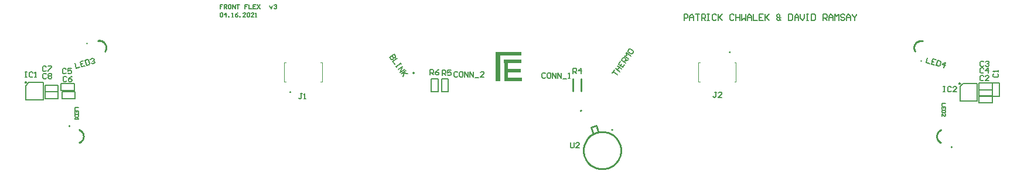
<source format=gto>
%FSTAX23Y23*%
%MOIN*%
%SFA1B1*%

%IPPOS*%
%ADD10C,0.007870*%
%ADD11C,0.010000*%
%ADD12C,0.003940*%
%ADD13C,0.006000*%
%ADD14C,0.008000*%
%ADD15R,0.097440X0.021290*%
%ADD16R,0.099030X0.023540*%
%ADD17R,0.101210X0.021200*%
%ADD18R,0.023890X0.123980*%
%ADD19R,0.149040X0.021200*%
%ADD20R,0.026390X0.166770*%
%LNfront_flex-1*%
%LPD*%
G54D10*
X-02752Y00678D02*
D01*
X-02752Y00678*
X-02752Y00678*
X-02752Y00679*
X-02752Y00679*
X-02752Y00679*
X-02752Y00679*
X-02752Y0068*
X-02752Y0068*
X-02753Y0068*
X-02753Y0068*
X-02753Y0068*
X-02753Y00681*
X-02753Y00681*
X-02754Y00681*
X-02754Y00681*
X-02754Y00681*
X-02754Y00681*
X-02755Y00682*
X-02755Y00682*
X-02755Y00682*
X-02755Y00682*
X-02756Y00682*
X-02756*
X-02756Y00682*
X-02756Y00682*
X-02757Y00682*
X-02757Y00682*
X-02757Y00681*
X-02758Y00681*
X-02758Y00681*
X-02758Y00681*
X-02758Y00681*
X-02758Y00681*
X-02759Y0068*
X-02759Y0068*
X-02759Y0068*
X-02759Y0068*
X-02759Y0068*
X-02759Y00679*
X-02759Y00679*
X-0276Y00679*
X-0276Y00679*
X-0276Y00678*
X-0276Y00678*
X-0276Y00678*
X-0276Y00677*
X-0276Y00677*
X-0276Y00677*
X-0276Y00677*
X-02759Y00676*
X-02759Y00676*
X-02759Y00676*
X-02759Y00676*
X-02759Y00675*
X-02759Y00675*
X-02759Y00675*
X-02758Y00675*
X-02758Y00675*
X-02758Y00674*
X-02758Y00674*
X-02758Y00674*
X-02757Y00674*
X-02757Y00674*
X-02757Y00674*
X-02756Y00674*
X-02756Y00674*
X-02756Y00674*
X-02756*
X-02755Y00674*
X-02755Y00674*
X-02755Y00674*
X-02755Y00674*
X-02754Y00674*
X-02754Y00674*
X-02754Y00674*
X-02754Y00674*
X-02753Y00675*
X-02753Y00675*
X-02753Y00675*
X-02753Y00675*
X-02753Y00675*
X-02752Y00676*
X-02752Y00676*
X-02752Y00676*
X-02752Y00676*
X-02752Y00677*
X-02752Y00677*
X-02752Y00677*
X-02752Y00677*
X-02752Y00678*
X02563Y00672D02*
D01*
X02563Y00673*
X02563Y00673*
X02563Y00673*
X02562Y00673*
X02562Y00674*
X02562Y00674*
X02562Y00674*
X02562Y00674*
X02562Y00675*
X02562Y00675*
X02562Y00675*
X02561Y00675*
X02561Y00675*
X02561Y00676*
X02561Y00676*
X0256Y00676*
X0256Y00676*
X0256Y00676*
X0256Y00676*
X02559Y00676*
X02559Y00676*
X02559Y00676*
X02559*
X02558Y00676*
X02558Y00676*
X02558Y00676*
X02557Y00676*
X02557Y00676*
X02557Y00676*
X02557Y00676*
X02556Y00676*
X02556Y00675*
X02556Y00675*
X02556Y00675*
X02556Y00675*
X02555Y00675*
X02555Y00674*
X02555Y00674*
X02555Y00674*
X02555Y00674*
X02555Y00673*
X02555Y00673*
X02555Y00673*
X02555Y00673*
X02555Y00672*
X02555Y00672*
X02555Y00672*
X02555Y00671*
X02555Y00671*
X02555Y00671*
X02555Y00671*
X02555Y0067*
X02555Y0067*
X02555Y0067*
X02556Y0067*
X02556Y0067*
X02556Y00669*
X02556Y00669*
X02556Y00669*
X02557Y00669*
X02557Y00669*
X02557Y00669*
X02557Y00668*
X02558Y00668*
X02558Y00668*
X02558Y00668*
X02559Y00668*
X02559*
X02559Y00668*
X02559Y00668*
X0256Y00668*
X0256Y00668*
X0256Y00669*
X0256Y00669*
X02561Y00669*
X02561Y00669*
X02561Y00669*
X02561Y00669*
X02562Y0067*
X02562Y0067*
X02562Y0067*
X02562Y0067*
X02562Y0067*
X02562Y00671*
X02562Y00671*
X02562Y00671*
X02563Y00671*
X02563Y00672*
X02563Y00672*
X02563Y00672*
X01252Y00852D02*
D01*
X01252Y00852*
X01252Y00852*
X01252Y00852*
X01252Y00852*
X01252Y00852*
X01252Y00852*
X01252Y00853*
X01252Y00853*
X01252Y00853*
X01252Y00853*
X01252Y00853*
X01252Y00853*
X01252Y00853*
X01251Y00853*
X01251Y00853*
X01251Y00853*
X01251Y00853*
X01251Y00854*
X01251Y00854*
X01251Y00854*
X01251Y00854*
X0125Y00854*
X0125*
X0125Y00854*
X0125Y00854*
X0125Y00854*
X0125Y00854*
X0125Y00853*
X0125Y00853*
X01249Y00853*
X01249Y00853*
X01249Y00853*
X01249Y00853*
X01249Y00853*
X01249Y00853*
X01249Y00853*
X01249Y00853*
X01249Y00853*
X01249Y00852*
X01249Y00852*
X01248Y00852*
X01248Y00852*
X01248Y00852*
X01248Y00852*
X01248Y00852*
D01*
X01248Y00851*
X01248Y00851*
X01248Y00851*
X01248Y00851*
X01249Y00851*
X01249Y00851*
X01249Y00851*
X01249Y00851*
X01249Y0085*
X01249Y0085*
X01249Y0085*
X01249Y0085*
X01249Y0085*
X01249Y0085*
X01249Y0085*
X0125Y0085*
X0125Y0085*
X0125Y0085*
X0125Y0085*
X0125Y0085*
X0125Y0085*
X0125Y0085*
X0125*
X01251Y0085*
X01251Y0085*
X01251Y0085*
X01251Y0085*
X01251Y0085*
X01251Y0085*
X01251Y0085*
X01251Y0085*
X01252Y0085*
X01252Y0085*
X01252Y0085*
X01252Y0085*
X01252Y0085*
X01252Y00851*
X01252Y00851*
X01252Y00851*
X01252Y00851*
X01252Y00851*
X01252Y00851*
X01252Y00851*
X01252Y00851*
X01252Y00852*
D01*
X01252Y00852*
X01252Y00852*
X01252Y00852*
X01252Y00852*
X01252Y00852*
X01252Y00852*
X01252Y00853*
X01252Y00853*
X01252Y00853*
X01252Y00853*
X01252Y00853*
X01252Y00853*
X01252Y00853*
X01251Y00853*
X01251Y00853*
X01251Y00853*
X01251Y00853*
X01251Y00854*
X01251Y00854*
X01251Y00854*
X01251Y00854*
X0125Y00854*
X0125*
X0125Y00854*
X0125Y00854*
X0125Y00854*
X0125Y00854*
X0125Y00853*
X0125Y00853*
X01249Y00853*
X01249Y00853*
X01249Y00853*
X01249Y00853*
X01249Y00853*
X01249Y00853*
X01249Y00853*
X01249Y00853*
X01249Y00853*
X01249Y00852*
X01249Y00852*
X01248Y00852*
X01248Y00852*
X01248Y00852*
X01248Y00852*
X01248Y00852*
X-01252Y00623D02*
D01*
X-01252Y00623*
X-01252Y00623*
X-01252Y00623*
X-01252Y00623*
X-01252Y00623*
X-01252Y00622*
X-01252Y00622*
X-01252Y00622*
X-01252Y00622*
X-01252Y00622*
X-01252Y00622*
X-01252Y00622*
X-01252Y00622*
X-01251Y00622*
X-01251Y00622*
X-01251Y00622*
X-01251Y00621*
X-01251Y00621*
X-01251Y00621*
X-01251Y00621*
X-01251Y00621*
X-0125Y00621*
X-0125*
X-0125Y00621*
X-0125Y00621*
X-0125Y00621*
X-0125Y00621*
X-0125Y00621*
X-0125Y00622*
X-01249Y00622*
X-01249Y00622*
X-01249Y00622*
X-01249Y00622*
X-01249Y00622*
X-01249Y00622*
X-01249Y00622*
X-01249Y00622*
X-01249Y00622*
X-01249Y00622*
X-01249Y00623*
X-01248Y00623*
X-01248Y00623*
X-01248Y00623*
X-01248Y00623*
X-01248Y00623*
D01*
X-01248Y00623*
X-01248Y00624*
X-01248Y00624*
X-01248Y00624*
X-01249Y00624*
X-01249Y00624*
X-01249Y00624*
X-01249Y00624*
X-01249Y00624*
X-01249Y00625*
X-01249Y00625*
X-01249Y00625*
X-01249Y00625*
X-01249Y00625*
X-01249Y00625*
X-0125Y00625*
X-0125Y00625*
X-0125Y00625*
X-0125Y00625*
X-0125Y00625*
X-0125Y00625*
X-0125Y00625*
X-0125*
X-01251Y00625*
X-01251Y00625*
X-01251Y00625*
X-01251Y00625*
X-01251Y00625*
X-01251Y00625*
X-01251Y00625*
X-01251Y00625*
X-01252Y00625*
X-01252Y00625*
X-01252Y00625*
X-01252Y00625*
X-01252Y00624*
X-01252Y00624*
X-01252Y00624*
X-01252Y00624*
X-01252Y00624*
X-01252Y00624*
X-01252Y00624*
X-01252Y00624*
X-01252Y00623*
X-01252Y00623*
D01*
X-01252Y00623*
X-01252Y00623*
X-01252Y00623*
X-01252Y00623*
X-01252Y00623*
X-01252Y00622*
X-01252Y00622*
X-01252Y00622*
X-01252Y00622*
X-01252Y00622*
X-01252Y00622*
X-01252Y00622*
X-01252Y00622*
X-01251Y00622*
X-01251Y00622*
X-01251Y00622*
X-01251Y00621*
X-01251Y00621*
X-01251Y00621*
X-01251Y00621*
X-01251Y00621*
X-0125Y00621*
X-0125*
X-0125Y00621*
X-0125Y00621*
X-0125Y00621*
X-0125Y00621*
X-0125Y00621*
X-0125Y00622*
X-01249Y00622*
X-01249Y00622*
X-01249Y00622*
X-01249Y00622*
X-01249Y00622*
X-01249Y00622*
X-01249Y00622*
X-01249Y00622*
X-01249Y00622*
X-01249Y00622*
X-01249Y00623*
X-01248Y00623*
X-01248Y00623*
X-01248Y00623*
X-01248Y00623*
X-01248Y00623*
X-02738Y00678D02*
X-02657D01*
Y00579D02*
Y00678D01*
X-02756Y00579D02*
X-02657D01*
X-02756D02*
Y0066D01*
X-02738Y00678*
X02577Y00672D02*
X02658D01*
Y00573D02*
Y00672D01*
X02559Y00573D02*
X02658D01*
X02559D02*
Y00654D01*
X02577Y00672*
X-01635Y01123D02*
X-01651D01*
Y01111*
X-01643*
X-01651*
Y01099*
X-01627D02*
Y01123D01*
X-01616*
X-01612Y01119*
Y01111*
X-01616Y01107*
X-01627*
X-01619D02*
X-01612Y01099D01*
X-01592Y01123D02*
X-016D01*
X-01604Y01119*
Y01103*
X-016Y01099*
X-01592*
X-01588Y01103*
Y01119*
X-01592Y01123*
X-0158Y01099D02*
Y01123D01*
X-01564Y01099*
Y01123*
X-01556D02*
X-01541D01*
X-01549*
Y01099*
X-01493Y01123D02*
X-01509D01*
Y01111*
X-01501*
X-01509*
Y01099*
X-01486Y01123D02*
Y01099D01*
X-0147*
X-01446Y01123D02*
X-01462D01*
Y01099*
X-01446*
X-01462Y01111D02*
X-01454D01*
X-01438Y01123D02*
X-01423Y01099D01*
Y01123D02*
X-01438Y01099D01*
X-01368Y01115D02*
X-0136Y01099D01*
X-01352Y01115*
X-01344Y01119D02*
X-0134Y01123D01*
X-01332*
X-01328Y01119*
Y01115*
X-01332Y01111*
X-01336*
X-01332*
X-01328Y01107*
Y01103*
X-01332Y01099*
X-0134*
X-01344Y01103*
X-01651Y01072D02*
X-01647Y01076D01*
X-01639*
X-01635Y01072*
Y01056*
X-01639Y01052*
X-01647*
X-01651Y01056*
Y01072*
X-01616Y01052D02*
Y01076D01*
X-01627Y01064*
X-01612*
X-01604Y01052D02*
Y01056D01*
X-016*
Y01052*
X-01604*
X-01584D02*
X-01576D01*
X-0158*
Y01076*
X-01584Y01072*
X-01549Y01076D02*
X-01556Y01072D01*
X-01564Y01064*
Y01056*
X-0156Y01052*
X-01553*
X-01549Y01056*
Y0106*
X-01553Y01064*
X-01564*
X-01541Y01052D02*
Y01056D01*
X-01537*
Y01052*
X-01541*
X-01505D02*
X-01521D01*
X-01505Y01068*
Y01072*
X-01509Y01076*
X-01517*
X-01521Y01072*
X-01497D02*
X-01493Y01076D01*
X-01486*
X-01482Y01072*
Y01056*
X-01486Y01052*
X-01493*
X-01497Y01056*
Y01072*
X-01458Y01052D02*
X-01474D01*
X-01458Y01068*
Y01072*
X-01462Y01076*
X-0147*
X-01474Y01072*
X-0145Y01052D02*
X-01442D01*
X-01446*
Y01076*
X-0145Y01072*
X00989Y01033D02*
Y01067D01*
X01005*
X01011Y01061*
Y0105*
X01005Y01044*
X00989*
X01022Y01033D02*
Y01056D01*
X01033Y01067*
X01044Y01056*
Y01033*
Y0105*
X01022*
X01055Y01067D02*
X01078D01*
X01067*
Y01033*
X01089D02*
Y01067D01*
X01106*
X01111Y01061*
Y0105*
X01106Y01044*
X01089*
X011D02*
X01111Y01033D01*
X01122Y01067D02*
X01134D01*
X01128*
Y01033*
X01122*
X01134*
X01173Y01061D02*
X01167Y01067D01*
X01156*
X0115Y01061*
Y01039*
X01156Y01033*
X01167*
X01173Y01039*
X01184Y01067D02*
Y01033D01*
Y01044*
X01206Y01067*
X01189Y0105*
X01206Y01033*
X01273Y01061D02*
X01267Y01067D01*
X01256*
X01251Y01061*
Y01039*
X01256Y01033*
X01267*
X01273Y01039*
X01284Y01067D02*
Y01033D01*
Y0105*
X01306*
Y01067*
Y01033*
X01318Y01067D02*
Y01033D01*
X01329Y01044*
X0134Y01033*
Y01067*
X01351Y01033D02*
Y01056D01*
X01362Y01067*
X01373Y01056*
Y01033*
Y0105*
X01351*
X01384Y01067D02*
Y01033D01*
X01407*
X0144Y01067D02*
X01418D01*
Y01033*
X0144*
X01418Y0105D02*
X01429D01*
X01451Y01067D02*
Y01033D01*
Y01044*
X01474Y01067*
X01457Y0105*
X01474Y01033*
X01541D02*
X01535Y01039D01*
X01529Y01033*
X01524*
X01518Y01039*
Y01044*
X01524Y0105*
X01518Y01056*
Y01061*
X01524Y01067*
X01529*
X01535Y01061*
Y01056*
X01529Y0105*
X01535Y01044*
Y01039*
X01541Y0105D02*
X01535Y01044D01*
X01524Y0105D02*
X01529D01*
X01585Y01067D02*
Y01033D01*
X01602*
X01607Y01039*
Y01061*
X01602Y01067*
X01585*
X01619Y01033D02*
Y01056D01*
X0163Y01067*
X01641Y01056*
Y01033*
Y0105*
X01619*
X01652Y01067D02*
Y01044D01*
X01663Y01033*
X01674Y01044*
Y01067*
X01686D02*
X01697D01*
X01691*
Y01033*
X01686*
X01697*
X01713Y01067D02*
Y01033D01*
X0173*
X01736Y01039*
Y01061*
X0173Y01067*
X01713*
X0178Y01033D02*
Y01067D01*
X01797*
X01803Y01061*
Y0105*
X01797Y01044*
X0178*
X01791D02*
X01803Y01033D01*
X01814D02*
Y01056D01*
X01825Y01067*
X01836Y01056*
Y01033*
Y0105*
X01814*
X01847Y01033D02*
Y01067D01*
X01858Y01056*
X0187Y01067*
Y01033*
X01903Y01061D02*
X01897Y01067D01*
X01886*
X01881Y01061*
Y01056*
X01886Y0105*
X01897*
X01903Y01044*
Y01039*
X01897Y01033*
X01886*
X01881Y01039*
X01914Y01033D02*
Y01056D01*
X01925Y01067*
X01936Y01056*
Y01033*
Y0105*
X01914*
X01948Y01067D02*
Y01061D01*
X01959Y0105*
X0197Y01061*
Y01067*
X01959Y0105D02*
Y01033D01*
G54D11*
X-02509Y00431D02*
D01*
X-02509Y00431*
X-02509Y00431*
X-02509Y00431*
X-02509Y00431*
X-02509Y00431*
X-02509Y00431*
X-02509Y00431*
X-02509Y00431*
X-02509Y00431*
X-02509Y00431*
X-02509Y00431*
X-02509Y00431*
X-02509Y00431*
X-02509Y00431*
X-02509Y00431*
X-02509Y00431*
X-02509Y00431*
X-02509Y00431*
X-02509Y00431*
X-02509Y00431*
X-02509Y00431*
X-02509Y00431*
X-02509*
X-02509Y00431*
X-02509Y00431*
X-02509Y00431*
X-02509Y00431*
X-02509Y00431*
X-02509Y00431*
X-02509Y00431*
X-02509Y00431*
X-02509Y00431*
X-02509Y00431*
X-02509Y00431*
X-02509Y00431*
X-02509Y00431*
X-0251Y00431*
X-0251Y00431*
X-0251Y00431*
X-0251Y00431*
X-0251Y00431*
X-0251Y00431*
X-0251Y00431*
X-0251Y00431*
X-0251Y00431*
X-0251Y00431*
X-0251Y00431*
X-0251Y00431*
X-0251Y00431*
X-0251Y00431*
X-0251Y00431*
X-0251Y00431*
X-0251Y00431*
X-02509Y00431*
X-02509Y0043*
X-02509Y0043*
X-02509Y0043*
X-02509Y0043*
X-02509Y0043*
X-02509Y0043*
X-02509Y0043*
X-02509Y0043*
X-02509Y0043*
X-02509Y0043*
X-02509Y0043*
X-02509Y0043*
X-02509Y0043*
X-02509*
X-02509Y0043*
X-02509Y0043*
X-02509Y0043*
X-02509Y0043*
X-02509Y0043*
X-02509Y0043*
X-02509Y0043*
X-02509Y0043*
X-02509Y0043*
X-02509Y0043*
X-02509Y0043*
X-02509Y0043*
X-02509Y00431*
X-02509Y00431*
X-02509Y00431*
X-02509Y00431*
X-02509Y00431*
X-02509Y00431*
X-02509Y00431*
X-02509Y00431*
X-02509Y00431*
X-02509Y00431*
X-02452Y00334D02*
D01*
X-02449Y00335*
X-02447Y00337*
X-02444Y00338*
X-02442Y0034*
X-0244Y00342*
X-02438Y00344*
X-02436Y00346*
X-02435Y00348*
X-02433Y0035*
X-02432Y00352*
X-02431Y00355*
X-0243Y00357*
X-02429Y0036*
X-02428Y00363*
X-02428Y00365*
X-02427Y00368*
X-02427Y00371*
X-02428Y00374*
X-02428Y00376*
X-02428Y00379*
X-02429Y00382*
X-0243Y00384*
X-02431Y00387*
X-02432Y00389*
X-02434Y00392*
X-02435Y00394*
X-02437Y00396*
X-02439Y00398*
X-02441Y004*
X-02443Y00402*
X-02445Y00403*
X-02447Y00405*
X-0245Y00406*
X-02452Y00407*
X-02305Y00856D02*
D01*
X-02304Y00859*
X-02303Y00861*
X-02302Y00864*
X-02301Y00866*
X-023Y00869*
X-023Y00872*
X-02299Y00875*
X-02299Y00877*
X-02299Y0088*
X-023Y00883*
X-023Y00886*
X-02301Y00888*
X-02302Y00891*
X-02303Y00893*
X-02304Y00896*
X-02305Y00898*
X-02307Y009*
X-02308Y00903*
X-0231Y00905*
X-02312Y00907*
X-02314Y00908*
X-02317Y0091*
X-02319Y00911*
X-02321Y00913*
X-02324Y00914*
X-02326Y00915*
X-02329Y00915*
X-02332Y00916*
X-02334Y00916*
X-02337Y00917*
X-0234Y00917*
X-02343Y00916*
X-02345Y00916*
X-02347Y00916*
X-02408Y00902D02*
D01*
X-02408Y00902*
X-02408Y00902*
X-02408Y00902*
X-02408Y00902*
X-02408Y00902*
X-02408Y00902*
X-02408Y00902*
X-02408Y00902*
X-02408Y00902*
X-02408Y00902*
X-02408Y00902*
X-02408Y00902*
X-02408Y00902*
X-02408Y00902*
X-02408Y00902*
X-02408Y00902*
X-02408Y00902*
X-02408Y00902*
X-02408Y00902*
X-02408Y00902*
X-02408Y00902*
X-02408Y00902*
X-02408*
X-02408Y00902*
X-02408Y00902*
X-02408Y00902*
X-02408Y00902*
X-02408Y00902*
X-02408Y00902*
X-02408Y00902*
X-02408Y00902*
X-02408Y00902*
X-02408Y00902*
X-02408Y00902*
X-02408Y00902*
X-02408Y00902*
X-02408Y00902*
X-02408Y00902*
X-02408Y00902*
X-02408Y00902*
X-02408Y00902*
X-02408Y00902*
X-02408Y00902*
X-02408Y00902*
X-02408Y00902*
X-02408Y00902*
X-02408Y00902*
X-02408Y00902*
X-02408Y00902*
X-02408Y00902*
X-02408Y00901*
X-02408Y00901*
X-02408Y00901*
X-02408Y00901*
X-02408Y00901*
X-02408Y00901*
X-02408Y00901*
X-02408Y00901*
X-02408Y00901*
X-02408Y00901*
X-02408Y00901*
X-02408Y00901*
X-02408Y00901*
X-02408Y00901*
X-02408Y00901*
X-02408Y00901*
X-02408Y00901*
X-02408*
X-02408Y00901*
X-02408Y00901*
X-02408Y00901*
X-02408Y00901*
X-02408Y00901*
X-02408Y00901*
X-02408Y00901*
X-02408Y00901*
X-02408Y00901*
X-02408Y00901*
X-02408Y00901*
X-02408Y00901*
X-02408Y00901*
X-02408Y00901*
X-02408Y00901*
X-02408Y00901*
X-02408Y00902*
X-02408Y00902*
X-02408Y00902*
X-02408Y00902*
X-02408Y00902*
X-02408Y00902*
X0251Y0031D02*
D01*
X0251Y0031*
X0251Y0031*
X0251Y0031*
X0251Y0031*
X0251Y0031*
X0251Y00311*
X0251Y00311*
X0251Y00311*
X0251Y00311*
X02509Y00311*
X02509Y00311*
X02509Y00311*
X02509Y00311*
X02509Y00311*
X02509Y00311*
X02509Y00311*
X02509Y00311*
X02509Y00311*
X02509Y00311*
X02509Y00311*
X02509Y00311*
X02509Y00311*
X02509*
X02509Y00311*
X02509Y00311*
X02509Y00311*
X02509Y00311*
X02509Y00311*
X02509Y00311*
X02509Y00311*
X02509Y00311*
X02509Y00311*
X02509Y00311*
X02509Y00311*
X02509Y00311*
X02509Y00311*
X02509Y00311*
X02509Y00311*
X02509Y00311*
X02509Y0031*
X02509Y0031*
X02509Y0031*
X02509Y0031*
X02509Y0031*
X02509Y0031*
X02509Y0031*
X02509Y0031*
X02509Y0031*
X02509Y0031*
X02509Y0031*
X02509Y0031*
X02509Y0031*
X02509Y0031*
X02509Y0031*
X02509Y0031*
X02509Y0031*
X02509Y0031*
X02509Y0031*
X02509Y0031*
X02509Y0031*
X02509Y0031*
X02509Y0031*
X02509Y0031*
X02509Y0031*
X02509Y0031*
X02509Y0031*
X02509Y0031*
X02509*
X02509Y0031*
X02509Y0031*
X02509Y0031*
X02509Y0031*
X02509Y0031*
X02509Y0031*
X02509Y0031*
X02509Y0031*
X02509Y0031*
X02509Y0031*
X02509Y0031*
X02509Y0031*
X0251Y0031*
X0251Y0031*
X0251Y0031*
X0251Y0031*
X0251Y0031*
X0251Y0031*
X0251Y0031*
X0251Y0031*
X0251Y0031*
X0251Y0031*
X02452Y00407D02*
D01*
X02449Y00406*
X02447Y00404*
X02444Y00403*
X02442Y00401*
X0244Y004*
X02438Y00398*
X02436Y00396*
X02435Y00393*
X02433Y00391*
X02432Y00389*
X02431Y00386*
X0243Y00384*
X02429Y00381*
X02428Y00378*
X02428Y00376*
X02427Y00373*
X02427Y0037*
X02428Y00367*
X02428Y00365*
X02428Y00362*
X02429Y00359*
X0243Y00357*
X02431Y00354*
X02432Y00352*
X02434Y00349*
X02435Y00347*
X02437Y00345*
X02439Y00343*
X02441Y00341*
X02443Y00339*
X02445Y00338*
X02447Y00336*
X0245Y00335*
X02452Y00334*
X02346Y00915D02*
D01*
X02343Y00915*
X0234Y00915*
X02338Y00916*
X02335Y00916*
X02332Y00915*
X02329Y00915*
X02327Y00914*
X02324Y00913*
X02322Y00912*
X02319Y00911*
X02317Y0091*
X02314Y00908*
X02312Y00907*
X0231Y00905*
X02308Y00903*
X02306Y00901*
X02305Y00899*
X02303Y00896*
X02302Y00894*
X02301Y00892*
X023Y00889*
X02299Y00886*
X02298Y00884*
X02298Y00881*
X02298Y00878*
X02298Y00876*
X02298Y00873*
X02298Y0087*
X02299Y00867*
X02299Y00865*
X023Y00862*
X02301Y0086*
X02303Y00857*
X02304Y00855*
X02337Y00803D02*
D01*
X02337Y00803*
X02337Y00803*
X02337Y00803*
X02337Y00803*
X02337Y00803*
X02337Y00803*
X02337Y00803*
X02337Y00803*
X02337Y00803*
X02337Y00803*
X02337Y00803*
X02337Y00803*
X02337Y00803*
X02337Y00803*
X02337Y00803*
X02337Y00803*
X02337Y00803*
X02337Y00803*
X02337Y00803*
X02337Y00803*
X02337Y00803*
X02337Y00803*
X02337*
X02337Y00803*
X02337Y00803*
X02336Y00803*
X02336Y00803*
X02336Y00803*
X02336Y00803*
X02336Y00803*
X02336Y00803*
X02336Y00803*
X02336Y00803*
X02336Y00803*
X02336Y00803*
X02336Y00803*
X02336Y00803*
X02336Y00803*
X02336Y00803*
X02336Y00803*
X02336Y00803*
X02336Y00803*
X02336Y00803*
X02336Y00803*
X02336Y00803*
X02336Y00803*
X02336Y00803*
X02336Y00803*
X02336Y00802*
X02336Y00802*
X02336Y00802*
X02336Y00802*
X02336Y00802*
X02336Y00802*
X02336Y00802*
X02336Y00802*
X02336Y00802*
X02336Y00802*
X02336Y00802*
X02336Y00802*
X02336Y00802*
X02336Y00802*
X02336Y00802*
X02336Y00802*
X02337Y00802*
X02337Y00802*
X02337Y00802*
X02337*
X02337Y00802*
X02337Y00802*
X02337Y00802*
X02337Y00802*
X02337Y00802*
X02337Y00802*
X02337Y00802*
X02337Y00802*
X02337Y00802*
X02337Y00802*
X02337Y00802*
X02337Y00802*
X02337Y00802*
X02337Y00802*
X02337Y00802*
X02337Y00802*
X02337Y00802*
X02337Y00802*
X02337Y00803*
X02337Y00803*
X02337Y00803*
X02337Y00803*
X0058Y00408D02*
D01*
X0058Y00408*
X0058Y00409*
X0058Y00409*
X0058Y00409*
X0058Y00409*
X0058Y00409*
X0058Y00409*
X0058Y00409*
X0058Y00409*
X0058Y00409*
X00579Y00409*
X00579Y00409*
X00579Y00409*
X00579Y00409*
X00579Y00409*
X00579Y0041*
X00579Y0041*
X00579Y0041*
X00579Y0041*
X00579Y0041*
X00579Y0041*
X00579Y0041*
X00579*
X00578Y0041*
X00578Y0041*
X00578Y0041*
X00578Y0041*
X00578Y0041*
X00578Y0041*
X00578Y00409*
X00578Y00409*
X00578Y00409*
X00578Y00409*
X00578Y00409*
X00578Y00409*
X00578Y00409*
X00577Y00409*
X00577Y00409*
X00577Y00409*
X00577Y00409*
X00577Y00409*
X00577Y00409*
X00577Y00409*
X00577Y00408*
X00577Y00408*
X00577Y00408*
X00577Y00408*
X00577Y00408*
X00577Y00408*
X00577Y00408*
X00577Y00408*
X00577Y00408*
X00577Y00408*
X00578Y00408*
X00578Y00408*
X00578Y00407*
X00578Y00407*
X00578Y00407*
X00578Y00407*
X00578Y00407*
X00578Y00407*
X00578Y00407*
X00578Y00407*
X00578Y00407*
X00578Y00407*
X00578Y00407*
X00579Y00407*
X00579*
X00579Y00407*
X00579Y00407*
X00579Y00407*
X00579Y00407*
X00579Y00407*
X00579Y00407*
X00579Y00407*
X00579Y00407*
X00579Y00407*
X00579Y00407*
X00579Y00407*
X0058Y00408*
X0058Y00408*
X0058Y00408*
X0058Y00408*
X0058Y00408*
X0058Y00408*
X0058Y00408*
X0058Y00408*
X0058Y00408*
X0058Y00408*
X0058Y00408*
X0063Y0029D02*
D01*
X0063Y00297*
X00629Y00305*
X00627Y00312*
X00626Y00319*
X00623Y00326*
X00621Y00333*
X00617Y0034*
X00614Y00346*
X0061Y00352*
X00605Y00358*
X006Y00364*
X00595Y00369*
X00589Y00374*
X00583Y00378*
X00577Y00382*
X0057Y00385*
X00563Y00388*
X00556Y00391*
X00549Y00393*
X00542Y00395*
X00535Y00396*
X00527Y00396*
X0052*
X00512Y00396*
X00505Y00395*
X00498Y00393*
X00491Y00391*
X00484Y00388*
X00477Y00385*
X0047Y00382*
X00464Y00378*
X00458Y00374*
X00452Y00369*
X00447Y00364*
X00442Y00358*
X00438Y00352*
X00433Y00346*
X0043Y0034*
X00426Y00333*
X00424Y00326*
X00421Y00319*
X0042Y00312*
X00418Y00305*
X00417Y00297*
X00417Y0029*
X00417Y00282*
X00418Y00275*
X0042Y00268*
X00421Y00261*
X00424Y00253*
X00426Y00247*
X0043Y0024*
X00433Y00233*
X00438Y00227*
X00442Y00221*
X00447Y00216*
X00452Y00211*
X00458Y00206*
X00464Y00202*
X0047Y00198*
X00477Y00194*
X00484Y00191*
X00491Y00189*
X00498Y00187*
X00505Y00185*
X00512Y00184*
X0052Y00184*
X00527*
X00535Y00184*
X00542Y00185*
X00549Y00187*
X00556Y00189*
X00563Y00191*
X0057Y00194*
X00577Y00198*
X00583Y00202*
X00589Y00206*
X00595Y00211*
X006Y00216*
X00605Y00221*
X0061Y00227*
X00614Y00233*
X00617Y0024*
X00621Y00247*
X00623Y00253*
X00626Y00261*
X00627Y00268*
X00629Y00275*
X0063Y00282*
X0063Y0029*
X00403Y00518D02*
D01*
X00403Y00519*
X00403Y00519*
X00403Y00519*
X00403Y00519*
X00403Y00519*
X00403Y00519*
X00403Y00519*
X00403Y00519*
X00403Y0052*
X00402Y0052*
X00402Y0052*
X00402Y0052*
X00402Y0052*
X00402Y0052*
X00402Y0052*
X00402Y0052*
X00402Y0052*
X00402Y0052*
X00401Y0052*
X00401Y0052*
X00401Y0052*
X00401Y0052*
X00401*
X00401Y0052*
X00401Y0052*
X004Y0052*
X004Y0052*
X004Y0052*
X004Y0052*
X004Y0052*
X004Y0052*
X004Y0052*
X004Y0052*
X00399Y0052*
X00399Y0052*
X00399Y0052*
X00399Y00519*
X00399Y00519*
X00399Y00519*
X00399Y00519*
X00399Y00519*
X00399Y00519*
X00399Y00519*
X00399Y00519*
X00399Y00518*
X00399Y00518*
X00399Y00518*
X00399Y00518*
X00399Y00518*
X00399Y00518*
X00399Y00518*
X00399Y00517*
X00399Y00517*
X00399Y00517*
X00399Y00517*
X00399Y00517*
X004Y00517*
X004Y00517*
X004Y00517*
X004Y00517*
X004Y00517*
X004Y00517*
X004Y00517*
X004Y00516*
X00401Y00516*
X00401Y00516*
X00401Y00516*
X00401*
X00401Y00516*
X00401Y00516*
X00401Y00516*
X00402Y00517*
X00402Y00517*
X00402Y00517*
X00402Y00517*
X00402Y00517*
X00402Y00517*
X00402Y00517*
X00402Y00517*
X00402Y00517*
X00403Y00517*
X00403Y00517*
X00403Y00517*
X00403Y00518*
X00403Y00518*
X00403Y00518*
X00403Y00518*
X00403Y00518*
X00403Y00518*
X00403Y00518*
X-0055Y00734D02*
D01*
X-0055Y00735*
X-0055Y00735*
X-0055Y00735*
X-0055Y00735*
X-0055Y00735*
X-0055Y00735*
X-0055Y00735*
X-00551Y00736*
X-00551Y00736*
X-00551Y00736*
X-00551Y00736*
X-00551Y00736*
X-00551Y00736*
X-00551Y00736*
X-00551Y00736*
X-00551Y00736*
X-00551Y00736*
X-00552Y00736*
X-00552Y00736*
X-00552Y00736*
X-00552Y00736*
X-00552Y00736*
X-00552*
X-00552Y00736*
X-00553Y00736*
X-00553Y00736*
X-00553Y00736*
X-00553Y00736*
X-00553Y00736*
X-00553Y00736*
X-00553Y00736*
X-00553Y00736*
X-00554Y00736*
X-00554Y00736*
X-00554Y00736*
X-00554Y00736*
X-00554Y00736*
X-00554Y00735*
X-00554Y00735*
X-00554Y00735*
X-00554Y00735*
X-00554Y00735*
X-00554Y00735*
X-00554Y00735*
X-00554Y00734*
X-00554Y00734*
X-00554Y00734*
X-00554Y00734*
X-00554Y00734*
X-00554Y00734*
X-00554Y00734*
X-00554Y00734*
X-00554Y00733*
X-00554Y00733*
X-00554Y00733*
X-00554Y00733*
X-00554Y00733*
X-00553Y00733*
X-00553Y00733*
X-00553Y00733*
X-00553Y00733*
X-00553Y00733*
X-00553Y00733*
X-00553Y00733*
X-00553Y00733*
X-00552Y00733*
X-00552Y00733*
X-00552*
X-00552Y00733*
X-00552Y00733*
X-00552Y00733*
X-00552Y00733*
X-00551Y00733*
X-00551Y00733*
X-00551Y00733*
X-00551Y00733*
X-00551Y00733*
X-00551Y00733*
X-00551Y00733*
X-00551Y00733*
X-00551Y00733*
X-00551Y00733*
X-0055Y00734*
X-0055Y00734*
X-0055Y00734*
X-0055Y00734*
X-0055Y00734*
X-0055Y00734*
X-0055Y00734*
X-0055Y00734*
X0049Y00433D02*
X00502Y00398D01*
X00459Y00422D02*
X0049Y00433D01*
X00459Y00422D02*
X00473Y00383D01*
X00357Y00628D02*
Y00699D01*
X00404Y00628D02*
Y00699D01*
G54D12*
X01276Y00682D02*
X01285D01*
X01276D02*
X01285D01*
X0107D02*
X01079D01*
X0107D02*
X01079D01*
X0107Y00793D02*
X01079D01*
X0107D02*
X01079D01*
X01276D02*
X01285D01*
X01276D02*
X01285D01*
X0107Y00682D02*
Y00793D01*
Y00682D02*
Y00793D01*
X01285Y00682D02*
Y00793D01*
Y00682D02*
Y00793D01*
X-01285D02*
X-01276D01*
X-01285D02*
X-01276D01*
X-01079D02*
X-0107D01*
X-01079D02*
X-0107D01*
X-01079Y00682D02*
X-0107D01*
X-01079D02*
X-0107D01*
X-01285D02*
X-01276D01*
X-01285D02*
X-01276D01*
X-0107D02*
Y00793D01*
Y00682D02*
Y00793D01*
X-01285Y00682D02*
Y00793D01*
Y00682D02*
Y00793D01*
G54D13*
X02743Y00561D02*
Y00601D01*
X02668D02*
X02743D01*
X02668Y00561D02*
Y00601D01*
Y00561D02*
X02743D01*
X02743Y00636D02*
Y00675D01*
X02668D02*
X02743D01*
X02668Y00636D02*
Y00675D01*
Y00636D02*
X02743D01*
X02743Y00597D02*
Y00636D01*
X02668D02*
X02743D01*
X02668Y00597D02*
Y00636D01*
Y00597D02*
X02743D01*
X02745Y006D02*
X02784D01*
Y00675*
X02745D02*
X02784D01*
X02745Y006D02*
Y00675D01*
X-02477Y00585D02*
Y00625D01*
X-02551D02*
X-02477D01*
X-02551Y00585D02*
Y00625D01*
Y00585D02*
X-02477D01*
X-02481Y00631D02*
Y00671D01*
X-02555D02*
X-02481D01*
X-02555Y00631D02*
Y00671D01*
Y00631D02*
X-02481D01*
X-02572Y00585D02*
Y00625D01*
X-02647D02*
X-02572D01*
X-02647Y00585D02*
Y00625D01*
Y00585D02*
X-02572D01*
X-02647Y00624D02*
Y00663D01*
Y00624D02*
X-02572D01*
Y00663*
X-02647D02*
X-02572D01*
X-00391Y007D02*
X-00352D01*
X-00391Y00625D02*
Y007D01*
Y00625D02*
X-00352D01*
Y007*
X-00448Y00625D02*
X-00408D01*
Y007*
X-00448D02*
X-00408D01*
X-00448Y00625D02*
Y007D01*
X02753Y00727D02*
X02748Y00722D01*
Y00712*
X02753Y00707*
X02773*
X02778Y00712*
Y00722*
X02773Y00727*
X02778Y00737D02*
Y00747D01*
Y00742*
X02748*
X02753Y00737*
X02695Y00756D02*
X0269Y00761D01*
X0268*
X02675Y00756*
Y00736*
X0268Y00731*
X0269*
X02695Y00736*
X0272Y00731D02*
Y00761D01*
X02705Y00746*
X02725*
X02695Y00713D02*
X0269Y00718D01*
X0268*
X02675Y00713*
Y00693*
X0268Y00688*
X0269*
X02695Y00693*
X02725Y00688D02*
X02705D01*
X02725Y00708*
Y00713*
X0272Y00718*
X0271*
X02705Y00713*
X02694Y00795D02*
X02689Y008D01*
X02679*
X02674Y00795*
Y00775*
X02679Y0077*
X02689*
X02694Y00775*
X02704Y00795D02*
X02709Y008D01*
X02719*
X02724Y00795*
Y0079*
X02719Y00785*
X02714*
X02719*
X02724Y0078*
Y00775*
X02719Y0077*
X02709*
X02704Y00775*
X-02524Y00707D02*
X-02529Y00712D01*
X-02539*
X-02544Y00707*
Y00687*
X-02539Y00682*
X-02529*
X-02524Y00687*
X-02494Y00712D02*
X-02504Y00707D01*
X-02514Y00697*
Y00687*
X-02509Y00682*
X-02499*
X-02494Y00687*
Y00692*
X-02499Y00697*
X-02514*
X-02638Y00724D02*
X-02643Y00729D01*
X-02653*
X-02658Y00724*
Y00704*
X-02653Y00699*
X-02643*
X-02638Y00704*
X-02628Y00724D02*
X-02623Y00729D01*
X-02613*
X-02608Y00724*
Y00719*
X-02613Y00714*
X-02608Y00709*
Y00704*
X-02613Y00699*
X-02623*
X-02628Y00704*
Y00709*
X-02623Y00714*
X-02628Y00719*
Y00724*
X-02623Y00714D02*
X-02613D01*
X-02641Y00766D02*
X-02646Y00771D01*
X-02656*
X-02661Y00766*
Y00746*
X-02656Y00741*
X-02646*
X-02641Y00746*
X-02631Y00771D02*
X-02611D01*
Y00766*
X-02631Y00746*
Y00741*
X-02527Y00752D02*
X-02532Y00757D01*
X-02542*
X-02547Y00752*
Y00732*
X-02542Y00727*
X-02532*
X-02527Y00732*
X-02497Y00757D02*
X-02517D01*
Y00742*
X-02507Y00747*
X-02502*
X-02497Y00742*
Y00732*
X-02502Y00727*
X-02512*
X-02517Y00732*
X00343Y00334D02*
Y00309D01*
X00348Y00304*
X00358*
X00363Y00309*
Y00334*
X00393Y00304D02*
X00373D01*
X00393Y00324*
Y00329*
X00388Y00334*
X00378*
X00373Y00329*
X02464Y00655D02*
X02474D01*
X02469*
Y00625*
X02464*
X02474*
X02509Y0065D02*
X02504Y00655D01*
X02494*
X02489Y0065*
Y0063*
X02494Y00625*
X02504*
X02509Y0063*
X02539Y00625D02*
X02519D01*
X02539Y00645*
Y0065*
X02534Y00655*
X02524*
X02519Y0065*
X-0276Y00737D02*
X-0275D01*
X-02755*
Y00707*
X-0276*
X-0275*
X-02715Y00732D02*
X-0272Y00737D01*
X-0273*
X-02735Y00732*
Y00712*
X-0273Y00707*
X-0272*
X-02715Y00712*
X-02705Y00707D02*
X-02695D01*
X-027*
Y00737*
X-02705Y00732*
X-00455Y00721D02*
Y00751D01*
X-0044*
X-00435Y00746*
Y00736*
X-0044Y00731*
X-00455*
X-00445D02*
X-00435Y00721D01*
X-00405Y00751D02*
X-00415Y00746D01*
X-00425Y00736*
Y00726*
X-0042Y00721*
X-0041*
X-00405Y00726*
Y00731*
X-0041Y00736*
X-00425*
X-00387Y00718D02*
Y00748D01*
X-00372*
X-00367Y00743*
Y00733*
X-00372Y00728*
X-00387*
X-00377D02*
X-00367Y00718D01*
X-00337Y00748D02*
X-00357D01*
Y00733*
X-00347Y00738*
X-00342*
X-00337Y00733*
Y00723*
X-00342Y00718*
X-00352*
X-00357Y00723*
X00358Y0073D02*
Y0076D01*
X00373*
X00378Y00755*
Y00745*
X00373Y0074*
X00358*
X00368D02*
X00378Y0073D01*
X00403D02*
Y0076D01*
X00388Y00745*
X00408*
X-00298Y00735D02*
X-00303Y0074D01*
X-00313*
X-00318Y00735*
Y00715*
X-00313Y0071*
X-00303*
X-00298Y00715*
X-00273Y0074D02*
X-00283D01*
X-00288Y00735*
Y00715*
X-00283Y0071*
X-00273*
X-00268Y00715*
Y00735*
X-00273Y0074*
X-00258Y0071D02*
Y0074D01*
X-00238Y0071*
Y0074*
X-00228Y0071D02*
Y0074D01*
X-00208Y0071*
Y0074*
X-00198Y00705D02*
X-00178D01*
X-00148Y0071D02*
X-00168D01*
X-00148Y0073*
Y00735*
X-00153Y0074*
X-00163*
X-00168Y00735*
X00202Y00727D02*
X00197Y00732D01*
X00187*
X00182Y00727*
Y00707*
X00187Y00702*
X00197*
X00202Y00707*
X00227Y00732D02*
X00217D01*
X00212Y00727*
Y00707*
X00217Y00702*
X00227*
X00232Y00707*
Y00727*
X00227Y00732*
X00242Y00702D02*
Y00732D01*
X00262Y00702*
Y00732*
X00272Y00702D02*
Y00732D01*
X00292Y00702*
Y00732*
X00302Y00697D02*
X00322D01*
X00332Y00702D02*
X00342D01*
X00337*
Y00732*
X00332Y00727*
X-01183Y00615D02*
X-01193D01*
X-01188*
Y0059*
X-01193Y00585*
X-01198*
X-01203Y0059*
X-01173Y00585D02*
X-01163D01*
X-01168*
Y00615*
X-01173Y0061*
X02375Y0082D02*
X02367Y00791D01*
X02387Y00786*
X02423Y00807D02*
X02404Y00812D01*
X02396Y00783*
X02415Y00778*
X024Y00798D02*
X0241Y00795D01*
X02433Y00804D02*
X02425Y00775D01*
X0244Y00771*
X02446Y00775*
X02451Y00794*
X02448Y008*
X02433Y00804*
X02468Y00763D02*
X02476Y00792D01*
X02458Y00782*
X02477Y00776*
X02476Y00559D02*
X02456D01*
Y00545*
X02476Y00525D02*
Y00539D01*
X02456*
Y00525*
X02466Y00539D02*
Y00532D01*
X02476Y00519D02*
X02456D01*
Y00509*
X0246Y00505*
X02473*
X02476Y00509*
Y00519*
X02456Y00485D02*
Y00499D01*
X0247Y00485*
X02473*
X02476Y00489*
Y00495*
X02473Y00499*
X-02476Y00787D02*
X-02468Y00759D01*
X-02449Y00764*
X-02428Y00801D02*
X-02447Y00795D01*
X-02439Y00767*
X-0242Y00772*
X-02443Y00781D02*
X-02434Y00784D01*
X-02418Y00804D02*
X-0241Y00775D01*
X-02396Y00779*
X-02392Y00785*
X-02398Y00804*
X-02404Y00808*
X-02418Y00804*
X-02388Y00807D02*
X-02385Y00813D01*
X-02375Y00816*
X-02369Y00812*
X-02367Y00807*
X-02371Y00801*
X-02376Y008*
X-02371Y00801*
X-02365Y00798*
X-02363Y00793*
X-02367Y00787*
X-02377Y00784*
X-02383Y00787*
X-02455Y00534D02*
X-02475D01*
Y0052*
X-02455Y005D02*
Y00514D01*
X-02475*
Y005*
X-02465Y00514D02*
Y00507D01*
X-02455Y00494D02*
X-02475D01*
Y00484*
X-02472Y0048*
X-02459*
X-02455Y00484*
Y00494*
X-02475Y00474D02*
Y00467D01*
Y0047*
X-02455*
X-02459Y00474*
X01175Y00622D02*
X01165D01*
X0117*
Y00597*
X01165Y00592*
X0116*
X01155Y00597*
X01205Y00592D02*
X01185D01*
X01205Y00612*
Y00617*
X012Y00622*
X0119*
X01185Y00617*
G54D14*
X-0066Y00839D02*
X-00685Y00822D01*
X-00676Y00809*
X-00669Y00808*
X-00665Y00811*
X-00664Y00818*
X-00673Y0083*
X-00664Y00818*
X-00657Y00817*
X-00653Y0082*
X-00652Y00827*
X-0066Y00839*
X-00643Y00814D02*
X-00668Y00797D01*
X-00656Y00781*
X-00626Y0079D02*
X-0062Y00782D01*
X-00623Y00786*
X-00648Y00768*
X-00651Y00773*
X-00645Y00764*
X-00636Y00752D02*
X-00612Y00769D01*
X-00625Y00736*
X-006Y00753*
X-00594Y00745D02*
X-00619Y00727D01*
X-00611Y00733*
X-00583Y00728*
X-00604Y00732*
X-00608Y00711*
X00581Y00732D02*
X00593Y00748D01*
X00587Y0074*
X00612Y00723*
X00599Y00757D02*
X00623Y00739D01*
X00611Y00748*
X00622Y00764*
X0061Y00773*
X00635Y00756*
X00627Y00798D02*
X00616Y00781D01*
X0064Y00764*
X00652Y0078*
X00628Y00773D02*
X00634Y00781D01*
X00658Y00789D02*
X00633Y00806D01*
X00642Y00818*
X00649Y00819*
X00657Y00814*
X00658Y00807*
X00649Y00794*
X00655Y00802D02*
X00669Y00805D01*
X00675Y00813D02*
X0065Y0083D01*
X00664Y00833*
X00662Y00847*
X00686Y00829*
X00676Y00867D02*
X0067Y00859D01*
X00672Y00852*
X00688Y00841*
X00695Y00842*
X00701Y0085*
X00699Y00857*
X00683Y00868*
X00676Y00867*
G54D15*
X00015Y00746D03*
G54D16*
X00015Y00798D03*
G54D17*
X00016Y00696D03*
G54D18*
X-00022Y00747D03*
G54D19*
X-00009Y00841D03*
G54D20*
X-00071Y00768D03*
M02*
</source>
